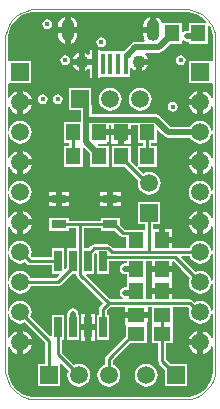
<source format=gtl>
G04*
G04 #@! TF.GenerationSoftware,Altium Limited,Altium Designer,22.5.1 (42)*
G04*
G04 Layer_Physical_Order=1*
G04 Layer_Color=255*
%FSLAX25Y25*%
%MOIN*%
G70*
G04*
G04 #@! TF.SameCoordinates,C3C7CF66-0B5B-4541-851D-C3C27CC74C65*
G04*
G04*
G04 #@! TF.FilePolarity,Positive*
G04*
G01*
G75*
%ADD14C,0.00000*%
%ADD25R,0.01575X0.07087*%
%ADD26R,0.04921X0.02559*%
%ADD27R,0.04724X0.05512*%
%ADD28R,0.05512X0.04724*%
%ADD29R,0.02559X0.06791*%
%ADD30C,0.01000*%
%ADD31C,0.02000*%
%ADD32C,0.01968*%
%ADD33C,0.01500*%
%ADD34C,0.04331*%
%ADD35O,0.04331X0.07284*%
%ADD36C,0.05906*%
%ADD37R,0.05906X0.05906*%
%ADD38R,0.05906X0.05906*%
%ADD39C,0.01772*%
G36*
X62683Y128844D02*
X64356Y128150D01*
X65863Y127144D01*
X66963Y126043D01*
X66756Y125543D01*
X61181D01*
Y122822D01*
X60500D01*
X59803Y122684D01*
X59319Y122361D01*
X58819Y122533D01*
Y125543D01*
X52520D01*
X52520Y125543D01*
Y125543D01*
X52084Y125720D01*
X51938Y126073D01*
X51431Y126734D01*
X50770Y127241D01*
X50173Y127488D01*
Y123000D01*
X49173D01*
Y122000D01*
X45981D01*
Y121524D01*
X46089Y120697D01*
X46408Y119927D01*
X46655Y119606D01*
X46408Y119106D01*
X43291D01*
X42594Y118967D01*
X42003Y118572D01*
X42003Y118572D01*
X39541Y116110D01*
X31669D01*
Y116323D01*
X30882D01*
Y116110D01*
X30866D01*
Y111779D01*
Y107449D01*
X30882D01*
Y107236D01*
X31669D01*
Y107449D01*
X41693D01*
Y110266D01*
X42193Y110435D01*
X42290Y110309D01*
X42951Y109802D01*
X43547Y109555D01*
Y112567D01*
X44547D01*
Y113567D01*
X47559D01*
X47312Y114163D01*
X46805Y114824D01*
X46627Y114961D01*
X46797Y115461D01*
X51346D01*
X51346Y115461D01*
X52044Y115600D01*
X52635Y115995D01*
X55097Y118457D01*
X58819D01*
Y119467D01*
X59319Y119640D01*
X59803Y119316D01*
X60500Y119178D01*
X61181D01*
Y118457D01*
X67480D01*
Y124498D01*
X67959Y124643D01*
X68151Y124356D01*
X68844Y122683D01*
X69197Y120906D01*
Y120000D01*
Y112844D01*
X68740Y112740D01*
X68697Y112740D01*
X61260D01*
Y105260D01*
X68697D01*
X68740Y105260D01*
X69197Y105156D01*
Y100503D01*
X68697Y100403D01*
X68453Y100993D01*
X67819Y101819D01*
X66993Y102453D01*
X66032Y102851D01*
X66000Y102855D01*
Y99000D01*
Y95145D01*
X66032Y95149D01*
X66993Y95547D01*
X67819Y96181D01*
X68453Y97007D01*
X68697Y97597D01*
X69197Y97497D01*
Y89604D01*
X68697Y89571D01*
X68644Y89976D01*
X68267Y90886D01*
X67668Y91667D01*
X66886Y92267D01*
X65976Y92644D01*
X65000Y92772D01*
X64024Y92644D01*
X63114Y92267D01*
X62332Y91667D01*
X61733Y90886D01*
X61707Y90822D01*
X55113D01*
X51541Y94395D01*
X50950Y94790D01*
X50252Y94928D01*
X50252Y94928D01*
X28822D01*
Y96876D01*
X28822Y96876D01*
X28775Y97113D01*
Y98047D01*
X28775Y98047D01*
X28740Y98223D01*
Y103740D01*
X21260D01*
Y96260D01*
X25178D01*
Y93000D01*
X25106Y92543D01*
X19520D01*
Y85457D01*
X21357D01*
Y84543D01*
X19520D01*
Y77457D01*
X25819D01*
Y83675D01*
X26281Y83866D01*
X28181Y81966D01*
Y77457D01*
X34480D01*
Y84543D01*
X30934D01*
X30780Y84744D01*
X31027Y85244D01*
X34693D01*
Y88000D01*
X31331D01*
Y90000D01*
X34693D01*
Y91284D01*
X35307D01*
Y90000D01*
X38669D01*
X42031D01*
Y91284D01*
X44181D01*
Y85457D01*
X46018D01*
Y84543D01*
X44181D01*
Y77906D01*
X44181Y77658D01*
X43685Y77447D01*
X41819Y79313D01*
Y84543D01*
X35520D01*
Y77457D01*
X39963D01*
X44381Y73038D01*
X44356Y72976D01*
X44228Y72000D01*
X44356Y71024D01*
X44733Y70114D01*
X45333Y69332D01*
X46114Y68733D01*
X47024Y68356D01*
X48000Y68228D01*
X48976Y68356D01*
X49886Y68733D01*
X50668Y69332D01*
X51267Y70114D01*
X51644Y71024D01*
X51772Y72000D01*
X51644Y72976D01*
X51267Y73886D01*
X50668Y74668D01*
X49886Y75267D01*
X48976Y75644D01*
X48000Y75772D01*
X47024Y75644D01*
X46114Y75267D01*
X45973Y75159D01*
X44171Y76961D01*
X44382Y77457D01*
X44598Y77457D01*
X50480D01*
Y84543D01*
X48643D01*
Y85457D01*
X50480D01*
Y89647D01*
X50942Y89838D01*
X51921Y88859D01*
X51924Y88847D01*
X52294Y88294D01*
X52847Y87924D01*
X52859Y87922D01*
X53069Y87711D01*
X53069Y87711D01*
X53661Y87316D01*
X54358Y87178D01*
X61707D01*
X61733Y87114D01*
X62332Y86332D01*
X63114Y85733D01*
X64024Y85356D01*
X65000Y85228D01*
X65976Y85356D01*
X66886Y85733D01*
X67668Y86332D01*
X68267Y87114D01*
X68644Y88024D01*
X68697Y88429D01*
X69197Y88396D01*
Y80503D01*
X68697Y80403D01*
X68453Y80993D01*
X67819Y81819D01*
X66993Y82453D01*
X66032Y82851D01*
X66000Y82855D01*
Y79000D01*
Y75145D01*
X66032Y75149D01*
X66993Y75547D01*
X67819Y76181D01*
X68453Y77007D01*
X68697Y77597D01*
X69197Y77497D01*
Y69604D01*
X68697Y69571D01*
X68644Y69976D01*
X68267Y70886D01*
X67668Y71667D01*
X66886Y72267D01*
X65976Y72644D01*
X65000Y72772D01*
X64024Y72644D01*
X63114Y72267D01*
X62332Y71667D01*
X61733Y70886D01*
X61356Y69976D01*
X61228Y69000D01*
X61356Y68024D01*
X61733Y67114D01*
X62332Y66333D01*
X63114Y65733D01*
X64024Y65356D01*
X65000Y65228D01*
X65976Y65356D01*
X66886Y65733D01*
X67668Y66333D01*
X68267Y67114D01*
X68644Y68024D01*
X68697Y68429D01*
X69197Y68396D01*
Y60503D01*
X68697Y60403D01*
X68453Y60993D01*
X67819Y61819D01*
X66993Y62453D01*
X66032Y62851D01*
X66000Y62855D01*
Y59000D01*
Y55145D01*
X66032Y55149D01*
X66993Y55547D01*
X67819Y56181D01*
X68453Y57007D01*
X68697Y57597D01*
X69197Y57497D01*
Y49604D01*
X68697Y49571D01*
X68644Y49976D01*
X68267Y50886D01*
X67668Y51667D01*
X66886Y52267D01*
X65976Y52644D01*
X65000Y52772D01*
X64024Y52644D01*
X63114Y52267D01*
X62332Y51667D01*
X61733Y50886D01*
X61495Y50313D01*
X55524D01*
Y52000D01*
X52161D01*
Y53000D01*
X51161D01*
Y56756D01*
X49313D01*
Y58260D01*
X51740D01*
Y65740D01*
X44260D01*
Y58260D01*
X46687D01*
Y57028D01*
X46650Y56543D01*
X41765D01*
X41638Y56568D01*
X39800D01*
X38311Y58057D01*
Y60335D01*
X31815D01*
Y59580D01*
X21185D01*
Y60335D01*
X14689D01*
Y56201D01*
X21185D01*
Y56955D01*
X23687D01*
Y50254D01*
X20433D01*
Y45950D01*
X20398Y45776D01*
X20433Y45601D01*
Y43744D01*
X20029Y43340D01*
X19567Y43531D01*
Y50254D01*
X15433D01*
Y47383D01*
X8920D01*
X8578Y47864D01*
X8644Y48024D01*
X8772Y49000D01*
X8644Y49976D01*
X8267Y50886D01*
X7667Y51667D01*
X6886Y52267D01*
X5976Y52644D01*
X5000Y52772D01*
X4024Y52644D01*
X3114Y52267D01*
X2332Y51667D01*
X1733Y50886D01*
X1356Y49976D01*
X1303Y49571D01*
X803Y49604D01*
Y57497D01*
X1303Y57597D01*
X1547Y57007D01*
X2181Y56181D01*
X3007Y55547D01*
X3968Y55149D01*
X4000Y55145D01*
Y59000D01*
Y62855D01*
X3968Y62851D01*
X3007Y62453D01*
X2181Y61819D01*
X1547Y60993D01*
X1303Y60403D01*
X803Y60503D01*
Y68396D01*
X1303Y68429D01*
X1356Y68024D01*
X1733Y67114D01*
X2332Y66333D01*
X3114Y65733D01*
X4024Y65356D01*
X5000Y65228D01*
X5976Y65356D01*
X6886Y65733D01*
X7667Y66333D01*
X8267Y67114D01*
X8644Y68024D01*
X8772Y69000D01*
X8644Y69976D01*
X8267Y70886D01*
X7667Y71667D01*
X6886Y72267D01*
X5976Y72644D01*
X5000Y72772D01*
X4024Y72644D01*
X3114Y72267D01*
X2332Y71667D01*
X1733Y70886D01*
X1356Y69976D01*
X1303Y69571D01*
X803Y69604D01*
Y77497D01*
X1303Y77597D01*
X1547Y77007D01*
X2181Y76181D01*
X3007Y75547D01*
X3968Y75149D01*
X4000Y75145D01*
Y79000D01*
Y82855D01*
X3968Y82851D01*
X3007Y82453D01*
X2181Y81819D01*
X1547Y80993D01*
X1303Y80403D01*
X803Y80503D01*
Y88396D01*
X1303Y88429D01*
X1356Y88024D01*
X1733Y87114D01*
X2332Y86332D01*
X3114Y85733D01*
X4024Y85356D01*
X5000Y85228D01*
X5976Y85356D01*
X6886Y85733D01*
X7667Y86332D01*
X8267Y87114D01*
X8644Y88024D01*
X8772Y89000D01*
X8644Y89976D01*
X8267Y90886D01*
X7667Y91667D01*
X6886Y92267D01*
X5976Y92644D01*
X5000Y92772D01*
X4024Y92644D01*
X3114Y92267D01*
X2332Y91667D01*
X1733Y90886D01*
X1356Y89976D01*
X1303Y89571D01*
X803Y89604D01*
Y97497D01*
X1303Y97597D01*
X1547Y97007D01*
X2181Y96181D01*
X3007Y95547D01*
X3968Y95149D01*
X4000Y95145D01*
Y99000D01*
Y102855D01*
X3968Y102851D01*
X3007Y102453D01*
X2181Y101819D01*
X1547Y100993D01*
X1303Y100403D01*
X803Y100503D01*
Y105156D01*
X1260Y105260D01*
X1303Y105260D01*
X8740D01*
Y112740D01*
X1303D01*
X1260Y112740D01*
X803Y112844D01*
Y120000D01*
Y120906D01*
X1156Y122683D01*
X1850Y124356D01*
X2856Y125863D01*
X4137Y127144D01*
X5644Y128150D01*
X7317Y128844D01*
X9094Y129197D01*
X60906D01*
X62683Y128844D01*
D02*
G37*
G36*
X31815Y56201D02*
X36455D01*
X38328Y54328D01*
X38754Y54043D01*
X39256Y53943D01*
X40350D01*
Y50313D01*
X35992D01*
X35060Y51245D01*
X34634Y51529D01*
X34132Y51629D01*
X29629D01*
X29127Y51529D01*
X28701Y51245D01*
X27711Y50254D01*
X26313D01*
Y56955D01*
X31815D01*
Y56201D01*
D02*
G37*
G36*
X69197Y48396D02*
Y39604D01*
X68697Y39571D01*
X68644Y39976D01*
X68267Y40886D01*
X67668Y41668D01*
X66886Y42267D01*
X65976Y42644D01*
X65000Y42772D01*
X64024Y42644D01*
X63450Y42406D01*
X60481Y45375D01*
X60481Y45375D01*
X58631Y47225D01*
X58822Y47687D01*
X61495D01*
X61733Y47114D01*
X62332Y46332D01*
X63114Y45733D01*
X64024Y45356D01*
X65000Y45228D01*
X65976Y45356D01*
X66886Y45733D01*
X67668Y46332D01*
X68267Y47114D01*
X68644Y48024D01*
X68697Y48429D01*
X69197Y48396D01*
D02*
G37*
G36*
X1356Y48024D02*
X1733Y47114D01*
X2332Y46332D01*
X3114Y45733D01*
X4024Y45356D01*
X5000Y45228D01*
X5976Y45356D01*
X6658Y45638D01*
X7153Y45143D01*
X7579Y44858D01*
X8081Y44758D01*
X15433D01*
Y41888D01*
X17923D01*
X18115Y41426D01*
X17002Y40313D01*
X8505D01*
X8267Y40886D01*
X7667Y41668D01*
X6886Y42267D01*
X5976Y42644D01*
X5000Y42772D01*
X4024Y42644D01*
X3114Y42267D01*
X2332Y41668D01*
X1733Y40886D01*
X1356Y39976D01*
X1303Y39571D01*
X803Y39604D01*
Y48396D01*
X1303Y48429D01*
X1356Y48024D01*
D02*
G37*
G36*
X23687Y41500D02*
X23787Y40998D01*
X24072Y40572D01*
X32644Y32000D01*
X31572Y30928D01*
X31287Y30502D01*
X31187Y30000D01*
Y28112D01*
X30433D01*
Y19746D01*
X34567D01*
Y28112D01*
X33813D01*
Y29456D01*
X35044Y30687D01*
X39913D01*
Y29150D01*
X43669D01*
X47425D01*
Y30687D01*
X48787D01*
Y25500D01*
X48787Y25000D01*
X48787D01*
Y25000D01*
X48787D01*
Y18701D01*
X51018D01*
Y12669D01*
X51118Y12167D01*
X51402Y11741D01*
X53260Y9884D01*
Y4260D01*
X60740D01*
Y11740D01*
X55116D01*
X53643Y13213D01*
Y18701D01*
X55874D01*
Y24500D01*
X55874Y25000D01*
X55874D01*
Y25000D01*
X55874D01*
Y30687D01*
X60883D01*
X61426Y30144D01*
X61356Y29976D01*
X61228Y29000D01*
X61356Y28024D01*
X61733Y27114D01*
X62332Y26333D01*
X63114Y25733D01*
X64024Y25356D01*
X65000Y25228D01*
X65976Y25356D01*
X66886Y25733D01*
X67668Y26333D01*
X68267Y27114D01*
X68644Y28024D01*
X68697Y28429D01*
X69197Y28396D01*
Y20503D01*
X68697Y20403D01*
X68453Y20993D01*
X67819Y21819D01*
X66993Y22453D01*
X66032Y22851D01*
X66000Y22855D01*
Y19000D01*
Y15145D01*
X66032Y15149D01*
X66993Y15547D01*
X67819Y16181D01*
X68453Y17007D01*
X68697Y17597D01*
X69197Y17497D01*
Y10000D01*
Y9094D01*
X68844Y7317D01*
X68151Y5644D01*
X67144Y4137D01*
X65863Y2856D01*
X64356Y1850D01*
X62683Y1156D01*
X60906Y803D01*
X9094D01*
X7317Y1156D01*
X5644Y1850D01*
X4137Y2856D01*
X2856Y4137D01*
X1850Y5644D01*
X1156Y7317D01*
X803Y9094D01*
Y10000D01*
Y17497D01*
X1303Y17597D01*
X1547Y17007D01*
X2181Y16181D01*
X3007Y15547D01*
X3968Y15149D01*
X4000Y15145D01*
Y19000D01*
Y22855D01*
X3968Y22851D01*
X3007Y22453D01*
X2181Y21819D01*
X1547Y20993D01*
X1303Y20403D01*
X803Y20503D01*
Y28396D01*
X1303Y28429D01*
X1356Y28024D01*
X1733Y27114D01*
X2332Y26333D01*
X3114Y25733D01*
X4024Y25356D01*
X5000Y25228D01*
X5976Y25356D01*
X6550Y25594D01*
X13187Y18956D01*
Y11740D01*
X10760D01*
Y4260D01*
X18240D01*
Y11696D01*
X18625Y12019D01*
X21094Y9550D01*
X20856Y8976D01*
X20728Y8000D01*
X20856Y7024D01*
X21233Y6114D01*
X21833Y5333D01*
X22614Y4733D01*
X23524Y4356D01*
X24500Y4228D01*
X25476Y4356D01*
X26386Y4733D01*
X27167Y5333D01*
X27767Y6114D01*
X28144Y7024D01*
X28272Y8000D01*
X28144Y8976D01*
X27767Y9886D01*
X27167Y10667D01*
X26386Y11267D01*
X25476Y11644D01*
X24500Y11772D01*
X23524Y11644D01*
X22950Y11406D01*
X18813Y15544D01*
Y19746D01*
X19567D01*
Y28112D01*
X15433D01*
Y21130D01*
X14933Y20923D01*
X8406Y27450D01*
X8644Y28024D01*
X8772Y29000D01*
X8644Y29976D01*
X8267Y30886D01*
X7667Y31668D01*
X6886Y32267D01*
X5976Y32644D01*
X5000Y32772D01*
X4024Y32644D01*
X3114Y32267D01*
X2332Y31668D01*
X1733Y30886D01*
X1356Y29976D01*
X1303Y29571D01*
X803Y29604D01*
Y38396D01*
X1303Y38429D01*
X1356Y38024D01*
X1733Y37114D01*
X2332Y36332D01*
X3114Y35733D01*
X4024Y35356D01*
X5000Y35228D01*
X5976Y35356D01*
X6886Y35733D01*
X7667Y36332D01*
X8267Y37114D01*
X8505Y37687D01*
X17545D01*
X18048Y37787D01*
X18473Y38072D01*
X22289Y41888D01*
X23687D01*
Y41500D01*
D02*
G37*
G36*
X30433Y48557D02*
Y41888D01*
X34567D01*
Y46187D01*
X40520D01*
Y45322D01*
X40000D01*
X39303Y45184D01*
X38711Y44789D01*
X38316Y44197D01*
X38178Y43500D01*
X38316Y42803D01*
X38711Y42211D01*
X39303Y41816D01*
X40000Y41678D01*
X40520D01*
Y39957D01*
X40520D01*
Y39543D01*
X40520D01*
Y37322D01*
X40000D01*
X39303Y37184D01*
X38711Y36789D01*
X38316Y36197D01*
X38178Y35500D01*
X38316Y34803D01*
X38711Y34211D01*
X39303Y33816D01*
X39321Y33813D01*
X39272Y33313D01*
X35044D01*
X26930Y41426D01*
X27122Y41888D01*
X29567D01*
Y48398D01*
X29933Y48764D01*
X30433Y48557D01*
D02*
G37*
G36*
X48968Y44500D02*
X52331D01*
X55693D01*
Y45744D01*
X56193Y45951D01*
X58625Y43519D01*
X61594Y40550D01*
X61356Y39976D01*
X61228Y39000D01*
X61356Y38024D01*
X61733Y37114D01*
X62332Y36332D01*
X63114Y35733D01*
X64024Y35356D01*
X65000Y35228D01*
X65976Y35356D01*
X66886Y35733D01*
X67668Y36332D01*
X68267Y37114D01*
X68644Y38024D01*
X68697Y38429D01*
X69197Y38396D01*
Y29604D01*
X68697Y29571D01*
X68644Y29976D01*
X68267Y30886D01*
X67668Y31668D01*
X66886Y32267D01*
X65976Y32644D01*
X65000Y32772D01*
X64024Y32644D01*
X63114Y32267D01*
X63058Y32225D01*
X62355Y32928D01*
X61929Y33213D01*
X61427Y33313D01*
X55693D01*
Y35000D01*
X52331D01*
X48968D01*
Y33313D01*
X46819D01*
Y39543D01*
X46819D01*
Y39957D01*
X46819D01*
Y46187D01*
X48968D01*
Y44500D01*
D02*
G37*
%LPC*%
G36*
X21827Y127488D02*
Y124000D01*
X24019D01*
Y124476D01*
X23911Y125303D01*
X23592Y126073D01*
X23084Y126734D01*
X22423Y127241D01*
X21827Y127488D01*
D02*
G37*
G36*
X48173D02*
X47577Y127241D01*
X46916Y126734D01*
X46408Y126073D01*
X46089Y125303D01*
X45981Y124476D01*
Y124000D01*
X48173D01*
Y127488D01*
D02*
G37*
G36*
X19827D02*
X19230Y127241D01*
X18569Y126734D01*
X18062Y126073D01*
X17743Y125303D01*
X17634Y124476D01*
Y124000D01*
X19827D01*
Y127488D01*
D02*
G37*
G36*
X14000Y126706D02*
X13347Y126576D01*
X12794Y126206D01*
X12424Y125653D01*
X12294Y125000D01*
X12424Y124347D01*
X12794Y123794D01*
X13347Y123424D01*
X14000Y123294D01*
X14653Y123424D01*
X15206Y123794D01*
X15576Y124347D01*
X15706Y125000D01*
X15576Y125653D01*
X15206Y126206D01*
X14653Y126576D01*
X14000Y126706D01*
D02*
G37*
G36*
X24019Y122000D02*
X21827D01*
Y118512D01*
X22423Y118759D01*
X23084Y119266D01*
X23592Y119927D01*
X23911Y120697D01*
X24019Y121524D01*
Y122000D01*
D02*
G37*
G36*
X19827D02*
X17634D01*
Y121524D01*
X17743Y120697D01*
X18062Y119927D01*
X18569Y119266D01*
X19230Y118759D01*
X19827Y118512D01*
Y122000D01*
D02*
G37*
G36*
X32000Y120706D02*
X31347Y120576D01*
X30794Y120206D01*
X30424Y119653D01*
X30294Y119000D01*
X30424Y118347D01*
X30794Y117794D01*
X31347Y117424D01*
X32000Y117294D01*
X32653Y117424D01*
X33206Y117794D01*
X33576Y118347D01*
X33706Y119000D01*
X33576Y119653D01*
X33206Y120206D01*
X32653Y120576D01*
X32000Y120706D01*
D02*
G37*
G36*
X28882Y116323D02*
X28095D01*
Y115083D01*
X27595Y114913D01*
X27049Y115332D01*
X26453Y115579D01*
Y112567D01*
Y109555D01*
X27049Y109802D01*
X27595Y110221D01*
X27982Y110089D01*
X28095Y109998D01*
Y107236D01*
X28882D01*
Y111779D01*
Y116323D01*
D02*
G37*
G36*
X24453Y115579D02*
X23856Y115332D01*
X23195Y114824D01*
X22688Y114163D01*
X22441Y113567D01*
X24453D01*
Y115579D01*
D02*
G37*
G36*
X58500Y114706D02*
X57847Y114576D01*
X57294Y114206D01*
X56924Y113653D01*
X56794Y113000D01*
X56924Y112347D01*
X57294Y111794D01*
X57847Y111424D01*
X58500Y111294D01*
X59153Y111424D01*
X59706Y111794D01*
X60076Y112347D01*
X60206Y113000D01*
X60076Y113653D01*
X59706Y114206D01*
X59153Y114576D01*
X58500Y114706D01*
D02*
G37*
G36*
X20000D02*
X19347Y114576D01*
X18794Y114206D01*
X18424Y113653D01*
X18294Y113000D01*
X18424Y112347D01*
X18794Y111794D01*
X19347Y111424D01*
X20000Y111294D01*
X20653Y111424D01*
X21206Y111794D01*
X21576Y112347D01*
X21706Y113000D01*
X21576Y113653D01*
X21206Y114206D01*
X20653Y114576D01*
X20000Y114706D01*
D02*
G37*
G36*
X47559Y111567D02*
X45547D01*
Y109555D01*
X46144Y109802D01*
X46805Y110309D01*
X47312Y110971D01*
X47559Y111567D01*
D02*
G37*
G36*
X24453D02*
X22441D01*
X22688Y110971D01*
X23195Y110309D01*
X23856Y109802D01*
X24453Y109555D01*
Y111567D01*
D02*
G37*
G36*
X6000Y102855D02*
Y100000D01*
X8855D01*
X8851Y100032D01*
X8453Y100993D01*
X7819Y101819D01*
X6993Y102453D01*
X6032Y102851D01*
X6000Y102855D01*
D02*
G37*
G36*
X64000D02*
X63968Y102851D01*
X63007Y102453D01*
X62181Y101819D01*
X61547Y100993D01*
X61149Y100032D01*
X61145Y100000D01*
X64000D01*
Y102855D01*
D02*
G37*
G36*
X17500Y101706D02*
X16847Y101576D01*
X16294Y101206D01*
X15924Y100653D01*
X15794Y100000D01*
X15924Y99347D01*
X16294Y98794D01*
X16847Y98424D01*
X17500Y98294D01*
X18153Y98424D01*
X18706Y98794D01*
X19076Y99347D01*
X19206Y100000D01*
X19076Y100653D01*
X18706Y101206D01*
X18153Y101576D01*
X17500Y101706D01*
D02*
G37*
G36*
X12500D02*
X11847Y101576D01*
X11294Y101206D01*
X10924Y100653D01*
X10794Y100000D01*
X10924Y99347D01*
X11294Y98794D01*
X11847Y98424D01*
X12500Y98294D01*
X13153Y98424D01*
X13706Y98794D01*
X14076Y99347D01*
X14206Y100000D01*
X14076Y100653D01*
X13706Y101206D01*
X13153Y101576D01*
X12500Y101706D01*
D02*
G37*
G36*
X45000Y103772D02*
X44024Y103644D01*
X43114Y103267D01*
X42333Y102667D01*
X41733Y101886D01*
X41356Y100976D01*
X41228Y100000D01*
X41356Y99024D01*
X41733Y98114D01*
X42333Y97333D01*
X43114Y96733D01*
X44024Y96356D01*
X45000Y96228D01*
X45976Y96356D01*
X46886Y96733D01*
X47668Y97333D01*
X48267Y98114D01*
X48644Y99024D01*
X48772Y100000D01*
X48644Y100976D01*
X48267Y101886D01*
X47668Y102667D01*
X46886Y103267D01*
X45976Y103644D01*
X45000Y103772D01*
D02*
G37*
G36*
X35000D02*
X34024Y103644D01*
X33114Y103267D01*
X32333Y102667D01*
X31733Y101886D01*
X31356Y100976D01*
X31228Y100000D01*
X31356Y99024D01*
X31733Y98114D01*
X32333Y97333D01*
X33114Y96733D01*
X34024Y96356D01*
X35000Y96228D01*
X35976Y96356D01*
X36886Y96733D01*
X37668Y97333D01*
X38267Y98114D01*
X38644Y99024D01*
X38772Y100000D01*
X38644Y100976D01*
X38267Y101886D01*
X37668Y102667D01*
X36886Y103267D01*
X35976Y103644D01*
X35000Y103772D01*
D02*
G37*
G36*
X55813Y99222D02*
X55160Y99092D01*
X54606Y98722D01*
X54237Y98168D01*
X54107Y97516D01*
X54237Y96863D01*
X54606Y96309D01*
X55160Y95939D01*
X55813Y95810D01*
X56466Y95939D01*
X57019Y96309D01*
X57389Y96863D01*
X57519Y97516D01*
X57389Y98168D01*
X57019Y98722D01*
X56466Y99092D01*
X55813Y99222D01*
D02*
G37*
G36*
X8855Y98000D02*
X6000D01*
Y95145D01*
X6032Y95149D01*
X6993Y95547D01*
X7819Y96181D01*
X8453Y97007D01*
X8851Y97968D01*
X8855Y98000D01*
D02*
G37*
G36*
X64000D02*
X61145D01*
X61149Y97968D01*
X61547Y97007D01*
X62181Y96181D01*
X63007Y95547D01*
X63968Y95149D01*
X64000Y95145D01*
Y98000D01*
D02*
G37*
G36*
X42031Y88000D02*
X39669D01*
Y85244D01*
X42031D01*
Y88000D01*
D02*
G37*
G36*
X37669D02*
X35307D01*
Y85244D01*
X37669D01*
Y88000D01*
D02*
G37*
G36*
X6000Y82855D02*
Y80000D01*
X8855D01*
X8851Y80032D01*
X8453Y80993D01*
X7819Y81819D01*
X6993Y82453D01*
X6032Y82851D01*
X6000Y82855D01*
D02*
G37*
G36*
X64000D02*
X63968Y82851D01*
X63007Y82453D01*
X62181Y81819D01*
X61547Y80993D01*
X61149Y80032D01*
X61145Y80000D01*
X64000D01*
Y82855D01*
D02*
G37*
G36*
X8855Y78000D02*
X6000D01*
Y75145D01*
X6032Y75149D01*
X6993Y75547D01*
X7819Y76181D01*
X8453Y77007D01*
X8851Y77968D01*
X8855Y78000D01*
D02*
G37*
G36*
X64000D02*
X61145D01*
X61149Y77968D01*
X61547Y77007D01*
X62181Y76181D01*
X63007Y75547D01*
X63968Y75149D01*
X64000Y75145D01*
Y78000D01*
D02*
G37*
G36*
X38524Y69012D02*
X36063D01*
Y67732D01*
X38524D01*
Y69012D01*
D02*
G37*
G36*
X34063D02*
X31602D01*
Y67732D01*
X34063D01*
Y69012D01*
D02*
G37*
G36*
X21398D02*
X18937D01*
Y67732D01*
X21398D01*
Y69012D01*
D02*
G37*
G36*
X16937D02*
X14476D01*
Y67732D01*
X16937D01*
Y69012D01*
D02*
G37*
G36*
X38524Y65732D02*
X36063D01*
Y64453D01*
X38524D01*
Y65732D01*
D02*
G37*
G36*
X34063D02*
X31602D01*
Y64453D01*
X34063D01*
Y65732D01*
D02*
G37*
G36*
X21398D02*
X18937D01*
Y64453D01*
X21398D01*
Y65732D01*
D02*
G37*
G36*
X16937D02*
X14476D01*
Y64453D01*
X16937D01*
Y65732D01*
D02*
G37*
G36*
X6000Y62855D02*
Y60000D01*
X8855D01*
X8851Y60032D01*
X8453Y60993D01*
X7819Y61819D01*
X6993Y62453D01*
X6032Y62851D01*
X6000Y62855D01*
D02*
G37*
G36*
X64000D02*
X63968Y62851D01*
X63007Y62453D01*
X62181Y61819D01*
X61547Y60993D01*
X61149Y60032D01*
X61145Y60000D01*
X64000D01*
Y62855D01*
D02*
G37*
G36*
X8855Y58000D02*
X6000D01*
Y55145D01*
X6032Y55149D01*
X6993Y55547D01*
X7819Y56181D01*
X8453Y57007D01*
X8851Y57968D01*
X8855Y58000D01*
D02*
G37*
G36*
X64000D02*
X61145D01*
X61149Y57968D01*
X61547Y57007D01*
X62181Y56181D01*
X63007Y55547D01*
X63968Y55149D01*
X64000Y55145D01*
Y58000D01*
D02*
G37*
G36*
X55524Y56756D02*
X53161D01*
Y54000D01*
X55524D01*
Y56756D01*
D02*
G37*
G36*
X29779Y28325D02*
X28500D01*
Y24929D01*
X29779D01*
Y28325D01*
D02*
G37*
G36*
X26500D02*
X25221D01*
Y24929D01*
X26500D01*
Y28325D01*
D02*
G37*
G36*
X6000Y22855D02*
Y20000D01*
X8855D01*
X8851Y20032D01*
X8453Y20993D01*
X7819Y21819D01*
X6993Y22453D01*
X6032Y22851D01*
X6000Y22855D01*
D02*
G37*
G36*
X64000D02*
X63968Y22851D01*
X63007Y22453D01*
X62181Y21819D01*
X61547Y20993D01*
X61149Y20032D01*
X61145Y20000D01*
X64000D01*
Y22855D01*
D02*
G37*
G36*
X22500Y30322D02*
X21803Y30184D01*
X21211Y29789D01*
X20816Y29197D01*
X20678Y28500D01*
Y28112D01*
X20433D01*
Y19746D01*
X24567D01*
Y28112D01*
X24322D01*
Y28500D01*
X24184Y29197D01*
X23789Y29789D01*
X23197Y30184D01*
X22500Y30322D01*
D02*
G37*
G36*
X29779Y22929D02*
X28500D01*
Y19534D01*
X29779D01*
Y22929D01*
D02*
G37*
G36*
X26500D02*
X25221D01*
Y19534D01*
X26500D01*
Y22929D01*
D02*
G37*
G36*
X8855Y18000D02*
X6000D01*
Y15145D01*
X6032Y15149D01*
X6993Y15547D01*
X7819Y16181D01*
X8453Y17007D01*
X8851Y17968D01*
X8855Y18000D01*
D02*
G37*
G36*
X64000D02*
X61145D01*
X61149Y17968D01*
X61547Y17007D01*
X62181Y16181D01*
X63007Y15547D01*
X63968Y15149D01*
X64000Y15145D01*
Y18000D01*
D02*
G37*
G36*
X47000Y11772D02*
X46024Y11644D01*
X45114Y11267D01*
X44333Y10667D01*
X43733Y9886D01*
X43356Y8976D01*
X43228Y8000D01*
X43356Y7024D01*
X43733Y6114D01*
X44333Y5333D01*
X45114Y4733D01*
X46024Y4356D01*
X47000Y4228D01*
X47976Y4356D01*
X48886Y4733D01*
X49668Y5333D01*
X50267Y6114D01*
X50644Y7024D01*
X50772Y8000D01*
X50644Y8976D01*
X50267Y9886D01*
X49668Y10667D01*
X48886Y11267D01*
X47976Y11644D01*
X47000Y11772D01*
D02*
G37*
G36*
X47425Y27150D02*
X43669D01*
X39913D01*
Y24787D01*
X40126D01*
Y21057D01*
X33572Y14503D01*
X33287Y14077D01*
X33187Y13575D01*
Y11505D01*
X32614Y11267D01*
X31833Y10667D01*
X31233Y9886D01*
X30856Y8976D01*
X30728Y8000D01*
X30856Y7024D01*
X31233Y6114D01*
X31833Y5333D01*
X32614Y4733D01*
X33524Y4356D01*
X34500Y4228D01*
X35476Y4356D01*
X36386Y4733D01*
X37168Y5333D01*
X37767Y6114D01*
X38144Y7024D01*
X38272Y8000D01*
X38144Y8976D01*
X37767Y9886D01*
X37168Y10667D01*
X36386Y11267D01*
X35813Y11505D01*
Y13031D01*
X41482Y18701D01*
X47213D01*
Y24787D01*
X47425D01*
Y27150D01*
D02*
G37*
G36*
X55693Y42500D02*
X52331D01*
X48968D01*
Y39744D01*
Y37000D01*
X52331D01*
X55693D01*
Y39744D01*
Y42500D01*
D02*
G37*
%LPD*%
D14*
X70000Y120000D02*
X69952Y120980D01*
X69808Y121951D01*
X69569Y122903D01*
X69239Y123827D01*
X68819Y124714D01*
X68315Y125556D01*
X67730Y126344D01*
X67071Y127071D01*
X66344Y127730D01*
X65556Y128315D01*
X64714Y128819D01*
X63827Y129239D01*
X62903Y129569D01*
X61951Y129808D01*
X60980Y129952D01*
X60000Y130000D01*
Y0D02*
X60980Y48D01*
X61951Y192D01*
X62903Y431D01*
X63827Y761D01*
X64714Y1181D01*
X65556Y1685D01*
X66344Y2270D01*
X67071Y2929D01*
X67730Y3656D01*
X68315Y4444D01*
X68819Y5286D01*
X69239Y6173D01*
X69569Y7097D01*
X69808Y8049D01*
X69952Y9020D01*
X70000Y10000D01*
X0D02*
X48Y9020D01*
X192Y8049D01*
X431Y7097D01*
X761Y6173D01*
X1181Y5286D01*
X1685Y4444D01*
X2270Y3656D01*
X2929Y2929D01*
X3656Y2270D01*
X4444Y1685D01*
X5286Y1181D01*
X6173Y761D01*
X7097Y431D01*
X8049Y192D01*
X9020Y48D01*
X10000Y0D01*
Y130000D02*
X9020Y129952D01*
X8049Y129808D01*
X7097Y129569D01*
X6173Y129239D01*
X5286Y128819D01*
X4444Y128315D01*
X3656Y127730D01*
X2929Y127071D01*
X2270Y126344D01*
X1685Y125556D01*
X1181Y124714D01*
X761Y123827D01*
X431Y122903D01*
X192Y121951D01*
X48Y120980D01*
X0Y120000D01*
X10000Y130000D02*
X60000D01*
X70000Y10000D02*
Y120000D01*
X10000Y0D02*
X60000D01*
X0Y10000D02*
Y120000D01*
D25*
X29882Y111779D02*
D03*
X37559D02*
D03*
X35000D02*
D03*
X32441D02*
D03*
X40118D02*
D03*
D26*
X17937Y66732D02*
D03*
X35063D02*
D03*
X17937Y58268D02*
D03*
X35063D02*
D03*
D27*
X31331Y81000D02*
D03*
X22669D02*
D03*
X38669D02*
D03*
X47331D02*
D03*
X52161Y53000D02*
D03*
X43500D02*
D03*
X64331Y122000D02*
D03*
X55669D02*
D03*
X31331Y89000D02*
D03*
X22669D02*
D03*
X47331D02*
D03*
X38669D02*
D03*
X43669Y36000D02*
D03*
X52331D02*
D03*
X43669Y43500D02*
D03*
X52331D02*
D03*
D28*
X43669Y28150D02*
D03*
X52331Y21850D02*
D03*
Y28150D02*
D03*
X43669Y21850D02*
D03*
D29*
X22500Y23929D02*
D03*
X27500D02*
D03*
X32500D02*
D03*
Y46071D02*
D03*
X27500D02*
D03*
X22500D02*
D03*
X17500D02*
D03*
Y23929D02*
D03*
D30*
X38669Y80606D02*
X47276Y72000D01*
X48000D01*
X40031Y87244D02*
X40276Y87000D01*
X35063Y66732D02*
X35179Y66616D01*
X17937Y66732D02*
X18000Y66669D01*
X52331Y22350D02*
Y28650D01*
X22669Y81000D02*
Y89000D01*
X47331Y81000D02*
Y89000D01*
X38669Y80606D02*
Y81000D01*
X48000Y49000D02*
X65000D01*
X35448D02*
X48000D01*
Y62000D01*
X32500Y23929D02*
Y30000D01*
X34500Y32000D02*
X61427D01*
X32500Y30000D02*
X34500Y32000D01*
X25000Y41500D02*
X34500Y32000D01*
X25000Y41500D02*
Y58268D01*
X61427Y32000D02*
X64426Y29000D01*
X65000D01*
X25000Y58268D02*
X35063D01*
X17937D02*
X25000D01*
X39256Y55256D02*
X41638D01*
X43500Y53000D02*
Y53394D01*
X41638Y55256D02*
X43500Y53394D01*
X36244Y58268D02*
X39256Y55256D01*
X35063Y58268D02*
X36244D01*
X56500Y47500D02*
X59553Y44447D01*
X32500Y46071D02*
Y46720D01*
X33279Y47500D02*
X56500D01*
X32500Y46720D02*
X33279Y47500D01*
X34132Y50317D02*
X35448Y49000D01*
X59553Y44447D02*
Y44447D01*
Y44447D02*
X65000Y39000D01*
X29629Y50317D02*
X34132D01*
X27500Y48187D02*
X29629Y50317D01*
X27500Y46071D02*
Y48187D01*
X17545Y39000D02*
X22500Y43955D01*
X5000Y39000D02*
X17545D01*
X8081Y46071D02*
X17500D01*
X5152Y49000D02*
X8081Y46071D01*
X52331Y12669D02*
X57000Y8000D01*
X52331Y12669D02*
Y22350D01*
X43276D02*
X43669D01*
X34500Y8000D02*
Y13575D01*
X43276Y22350D01*
X17500Y15000D02*
X24500Y8000D01*
X17500Y15000D02*
Y23929D01*
X5000Y29000D02*
X14500Y19500D01*
Y8000D02*
Y19500D01*
D31*
X27000Y93000D02*
Y96876D01*
Y85724D02*
Y93000D01*
X27106Y93106D01*
X50252D01*
X54358Y89000D01*
X65000D01*
X63331Y121000D02*
X64331Y122000D01*
X60500Y121000D02*
X63331D01*
X40000Y35500D02*
X43169D01*
X31331Y88606D02*
Y89000D01*
X38669Y88606D02*
Y89000D01*
Y88606D02*
X40031Y87244D01*
X25520Y112500D02*
X29000D01*
X25453Y112567D02*
X25520Y112500D01*
X43520Y28500D02*
X43669Y28650D01*
X40000Y43500D02*
X43669D01*
X43169Y35500D02*
X43669Y36000D01*
X22500Y23929D02*
Y28500D01*
X26953Y96923D02*
Y98047D01*
Y96923D02*
X27000Y96876D01*
X25000Y100000D02*
X26953Y98047D01*
X27000Y85724D02*
X31331Y81394D01*
Y81000D02*
Y81394D01*
X40504Y114496D02*
X43291Y117283D01*
X51346D02*
X55669Y121606D01*
X43291Y117283D02*
X51346D01*
X55669Y121606D02*
Y122000D01*
D32*
X22500Y43955D02*
Y46071D01*
X22205Y45776D02*
X22500Y46071D01*
D33*
X5000Y49000D02*
X5152D01*
D34*
X44547Y112567D02*
D03*
X25453D02*
D03*
D35*
X20827Y123000D02*
D03*
X49173D02*
D03*
D36*
X65000Y99000D02*
D03*
Y49000D02*
D03*
Y39000D02*
D03*
Y89000D02*
D03*
Y79000D02*
D03*
Y69000D02*
D03*
Y59000D02*
D03*
Y29000D02*
D03*
Y19000D02*
D03*
X5000Y99000D02*
D03*
Y49000D02*
D03*
Y39000D02*
D03*
Y89000D02*
D03*
Y79000D02*
D03*
Y69000D02*
D03*
Y59000D02*
D03*
Y29000D02*
D03*
Y19000D02*
D03*
X45000Y100000D02*
D03*
X35000D02*
D03*
X48000Y72000D02*
D03*
X34500Y8000D02*
D03*
X24500D02*
D03*
X47000D02*
D03*
D37*
X65000Y109000D02*
D03*
X5000D02*
D03*
X48000Y62000D02*
D03*
D38*
X25000Y100000D02*
D03*
X14500Y8000D02*
D03*
X57000D02*
D03*
D39*
X43000Y87500D02*
D03*
Y80000D02*
D03*
X40000Y70500D02*
D03*
X18000Y62500D02*
D03*
X39000Y66500D02*
D03*
X65000Y116000D02*
D03*
X53500Y89500D02*
D03*
X30500Y96000D02*
D03*
X55813Y97516D02*
D03*
X58500Y113000D02*
D03*
X60500Y121000D02*
D03*
X58500Y104000D02*
D03*
X40000Y96000D02*
D03*
X13500Y54000D02*
D03*
X32000D02*
D03*
X35500Y39500D02*
D03*
X48000D02*
D03*
Y25000D02*
D03*
X49000Y13000D02*
D03*
X41000Y12500D02*
D03*
X11500Y34000D02*
D03*
X18000D02*
D03*
X26500D02*
D03*
X30500Y13000D02*
D03*
X23000D02*
D03*
X32000Y119000D02*
D03*
X26500Y77500D02*
D03*
X34693Y85244D02*
D03*
X15000Y91500D02*
D03*
X56000Y53000D02*
D03*
X59000Y84000D02*
D03*
X5000Y116500D02*
D03*
X15500Y108000D02*
D03*
X27500Y28500D02*
D03*
X39500D02*
D03*
X56000Y36000D02*
D03*
Y43500D02*
D03*
X22000Y75000D02*
D03*
X14000D02*
D03*
X56500Y62500D02*
D03*
X22500Y28500D02*
D03*
X40000Y35500D02*
D03*
Y43500D02*
D03*
X12500Y100000D02*
D03*
X17500D02*
D03*
X20000Y113000D02*
D03*
X14000Y125000D02*
D03*
M02*

</source>
